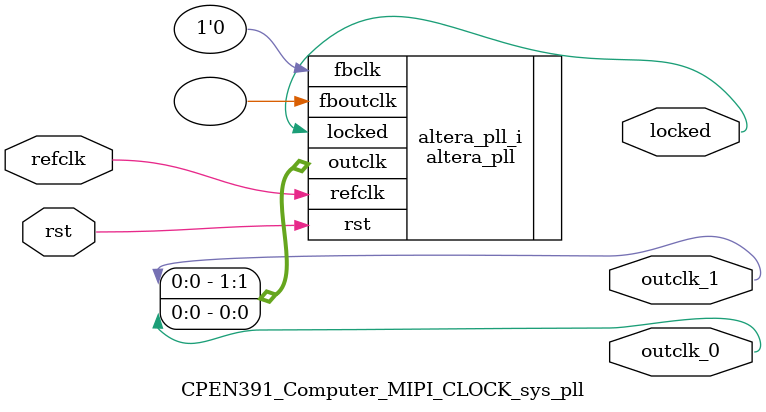
<source format=v>
`timescale 1ns/10ps
module  CPEN391_Computer_MIPI_CLOCK_sys_pll(

	// interface 'refclk'
	input wire refclk,

	// interface 'reset'
	input wire rst,

	// interface 'outclk0'
	output wire outclk_0,

	// interface 'outclk1'
	output wire outclk_1,

	// interface 'locked'
	output wire locked
);

	altera_pll #(
		.fractional_vco_multiplier("false"),
		.reference_clock_frequency("20.0 MHz"),
		.operation_mode("direct"),
		.number_of_clocks(2),
		.output_clock_frequency0("20.000000 MHz"),
		.phase_shift0("0 ps"),
		.duty_cycle0(50),
		.output_clock_frequency1("20.000000 MHz"),
		.phase_shift1("-2964 ps"),
		.duty_cycle1(50),
		.output_clock_frequency2("0 MHz"),
		.phase_shift2("0 ps"),
		.duty_cycle2(50),
		.output_clock_frequency3("0 MHz"),
		.phase_shift3("0 ps"),
		.duty_cycle3(50),
		.output_clock_frequency4("0 MHz"),
		.phase_shift4("0 ps"),
		.duty_cycle4(50),
		.output_clock_frequency5("0 MHz"),
		.phase_shift5("0 ps"),
		.duty_cycle5(50),
		.output_clock_frequency6("0 MHz"),
		.phase_shift6("0 ps"),
		.duty_cycle6(50),
		.output_clock_frequency7("0 MHz"),
		.phase_shift7("0 ps"),
		.duty_cycle7(50),
		.output_clock_frequency8("0 MHz"),
		.phase_shift8("0 ps"),
		.duty_cycle8(50),
		.output_clock_frequency9("0 MHz"),
		.phase_shift9("0 ps"),
		.duty_cycle9(50),
		.output_clock_frequency10("0 MHz"),
		.phase_shift10("0 ps"),
		.duty_cycle10(50),
		.output_clock_frequency11("0 MHz"),
		.phase_shift11("0 ps"),
		.duty_cycle11(50),
		.output_clock_frequency12("0 MHz"),
		.phase_shift12("0 ps"),
		.duty_cycle12(50),
		.output_clock_frequency13("0 MHz"),
		.phase_shift13("0 ps"),
		.duty_cycle13(50),
		.output_clock_frequency14("0 MHz"),
		.phase_shift14("0 ps"),
		.duty_cycle14(50),
		.output_clock_frequency15("0 MHz"),
		.phase_shift15("0 ps"),
		.duty_cycle15(50),
		.output_clock_frequency16("0 MHz"),
		.phase_shift16("0 ps"),
		.duty_cycle16(50),
		.output_clock_frequency17("0 MHz"),
		.phase_shift17("0 ps"),
		.duty_cycle17(50),
		.pll_type("General"),
		.pll_subtype("General")
	) altera_pll_i (
		.rst	(rst),
		.outclk	({outclk_1, outclk_0}),
		.locked	(locked),
		.fboutclk	( ),
		.fbclk	(1'b0),
		.refclk	(refclk)
	);
endmodule


</source>
